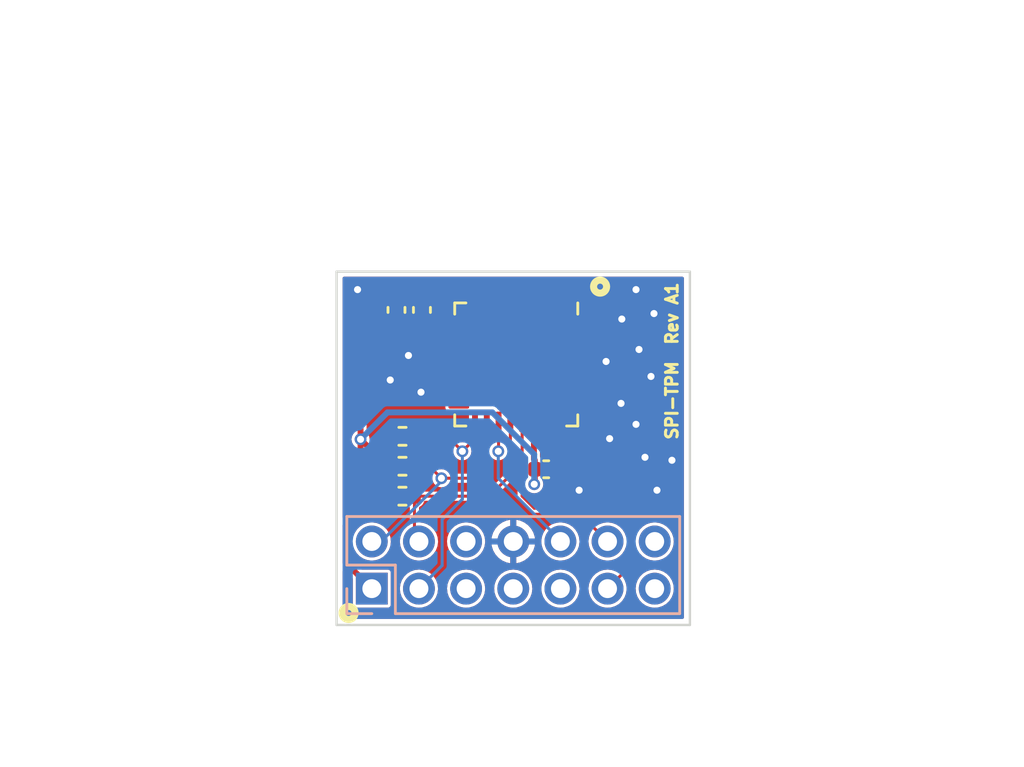
<source format=kicad_pcb>
(kicad_pcb (version 20210722) (generator pcbnew)
  (layers (0 "F.Cu" signal) (31 "B.Cu" signal) (34 "B.Paste" user) (35 "F.Paste" user) (36 "B.SilkS" user "B.Silkscreen") (37 "F.SilkS" user "F.Silkscreen") (38 "B.Mask" user) (39 "F.Mask" user) (44 "Edge.Cuts" user))
  (net 0 "")
  (net 1 "VDD")
  (net 2 "GND")
  (net 5 "RESET")
  (net 6 "IRQ")
  (net 7 "SPI_CLK")
  (net 8 "SPI_CS")
  (net 9 "SPI_MOSI")
  (net 10 "SPI_MISO")
  (footprint "Resistor_SMD:R_0402_1005Metric" (layer "F.Cu") (at 109.601 75.819)
    (fp_text reference "R2" hide)
    (fp_text value "10k")
    (fp_line (start -0.153641 0.38) (end 0.153641 0.38) (layer "F.SilkS") (width 0.12))
    (fp_line (start -0.153641 -0.38) (end 0.153641 -0.38) (layer "F.SilkS") (width 0.12))
    (pad "1" smd roundrect locked (at -0.51 0) (size 0.54 0.64) (layers "F.Cu" "F.Paste" "F.Mask") (net 1 "VDD"))
    (pad "2" smd roundrect locked (at 0.51 0) (size 0.54 0.64) (layers "F.Cu" "F.Paste" "F.Mask") (net 6 "IRQ"))
  )
  (footprint "Capacitor_SMD:C_0402_1005Metric" (layer "F.Cu") (at 110.4265 69.187 -90)
    (fp_text reference "C1" hide)
    (fp_text value "4u7")
    (fp_line (start -0.107836 0.36) (end 0.107836 0.36) (layer "F.SilkS") (width 0.12))
    (fp_line (start -0.107836 -0.36) (end 0.107836 -0.36) (layer "F.SilkS") (width 0.12))
    (pad "1" smd roundrect locked (at -0.48 0 270) (size 0.56 0.62) (layers "F.Cu" "F.Paste" "F.Mask") (net 1 "VDD"))
    (pad "2" smd roundrect locked (at 0.48 0 270) (size 0.56 0.62) (layers "F.Cu" "F.Paste" "F.Mask") (net 2 "GND"))
  )
  (footprint "Resistor_SMD:R_0402_1005Metric" (layer "F.Cu") (at 109.599 77.089)
    (fp_text reference "R1" hide)
    (fp_text value "10k")
    (fp_line (start -0.153641 0.38) (end 0.153641 0.38) (layer "F.SilkS") (width 0.12))
    (fp_line (start -0.153641 -0.38) (end 0.153641 -0.38) (layer "F.SilkS") (width 0.12))
    (pad "1" smd roundrect locked (at -0.51 0) (size 0.54 0.64) (layers "F.Cu" "F.Paste" "F.Mask") (net 1 "VDD"))
    (pad "2" smd roundrect locked (at 0.51 0) (size 0.54 0.64) (layers "F.Cu" "F.Paste" "F.Mask") (net 8 "SPI_CS"))
  )
  (footprint "Capacitor_SMD:C_0402_1005Metric" (layer "F.Cu") (at 109.347 69.187 -90)
    (fp_text reference "C2" hide)
    (fp_text value "100n")
    (fp_line (start -0.107836 0.36) (end 0.107836 0.36) (layer "F.SilkS") (width 0.12))
    (fp_line (start -0.107836 -0.36) (end 0.107836 -0.36) (layer "F.SilkS") (width 0.12))
    (pad "1" smd roundrect locked (at -0.48 0 270) (size 0.56 0.62) (layers "F.Cu" "F.Paste" "F.Mask") (net 1 "VDD"))
    (pad "2" smd roundrect locked (at 0.48 0 270) (size 0.56 0.62) (layers "F.Cu" "F.Paste" "F.Mask") (net 2 "GND"))
  )
  (footprint "Resistor_SMD:R_0402_1005Metric" (layer "F.Cu") (at 109.601 74.549)
    (fp_text reference "R3" hide)
    (fp_text value "10k")
    (fp_line (start -0.153641 0.38) (end 0.153641 0.38) (layer "F.SilkS") (width 0.12))
    (fp_line (start -0.153641 -0.38) (end 0.153641 -0.38) (layer "F.SilkS") (width 0.12))
    (pad "1" smd roundrect locked (at -0.51 0) (size 0.54 0.64) (layers "F.Cu" "F.Paste" "F.Mask") (net 1 "VDD"))
    (pad "2" smd roundrect locked (at 0.51 0) (size 0.54 0.64) (layers "F.Cu" "F.Paste" "F.Mask") (net 5 "RESET"))
  )
  (footprint "Package_DFN_QFN:QFN-32-1EP_5x5mm_P0.5mm_EP3.1x3.1mm" (layer "F.Cu") (at 114.427 71.501 -90)
    (fp_text reference "IC1" hide)
    (fp_text value "Infineon-SLB9670")
    (fp_line (start 2.135 -2.61) (end 2.61 -2.61) (layer "F.SilkS") (width 0.12))
    (fp_line (start -2.135 -2.61) (end -2.61 -2.61) (layer "F.SilkS") (width 0.12))
    (fp_line (start 2.61 -2.61) (end 2.61 -2.135) (layer "F.SilkS") (width 0.12))
    (fp_line (start -2.61 2.61) (end -2.61 2.135) (layer "F.SilkS") (width 0.12))
    (fp_line (start 2.135 2.61) (end 2.61 2.61) (layer "F.SilkS") (width 0.12))
    (fp_line (start 2.61 2.61) (end 2.61 2.135) (layer "F.SilkS") (width 0.12))
    (fp_line (start -2.135 2.61) (end -2.61 2.61) (layer "F.SilkS") (width 0.12))
    (pad "1" smd roundrect locked (at -2.4375 -1.75 270) (size 0.875 0.25) (layers "F.Cu" "F.Paste" "F.Mask"))
    (pad "2" smd roundrect locked (at -2.4375 -1.25 270) (size 0.875 0.25) (layers "F.Cu" "F.Paste" "F.Mask") (net 2 "GND"))
    (pad "3" smd roundrect locked (at -2.4375 -0.75 270) (size 0.875 0.25) (layers "F.Cu" "F.Paste" "F.Mask"))
    (pad "4" smd roundrect locked (at -2.4375 -0.25 270) (size 0.875 0.25) (layers "F.Cu" "F.Paste" "F.Mask"))
    (pad "5" smd roundrect locked (at -2.4375 0.25 270) (size 0.875 0.25) (layers "F.Cu" "F.Paste" "F.Mask"))
    (pad "6" smd roundrect locked (at -2.4375 0.75 270) (size 0.875 0.25) (layers "F.Cu" "F.Paste" "F.Mask"))
    (pad "7" smd roundrect locked (at -2.4375 1.25 270) (size 0.875 0.25) (layers "F.Cu" "F.Paste" "F.Mask"))
    (pad "8" smd roundrect locked (at -2.4375 1.75 270) (size 0.875 0.25) (layers "F.Cu" "F.Paste" "F.Mask") (net 1 "VDD"))
    (pad "9" smd roundrect locked (at -1.75 2.4375 270) (size 0.25 0.875) (layers "F.Cu" "F.Paste" "F.Mask") (net 2 "GND"))
    (pad "10" smd roundrect locked (at -1.25 2.4375 270) (size 0.25 0.875) (layers "F.Cu" "F.Paste" "F.Mask"))
    (pad "11" smd roundrect locked (at -0.75 2.4375 270) (size 0.25 0.875) (layers "F.Cu" "F.Paste" "F.Mask"))
    (pad "12" smd roundrect locked (at -0.25 2.4375 270) (size 0.25 0.875) (layers "F.Cu" "F.Paste" "F.Mask"))
    (pad "13" smd roundrect locked (at 0.25 2.4375 270) (size 0.25 0.875) (layers "F.Cu" "F.Paste" "F.Mask"))
    (pad "14" smd roundrect locked (at 0.75 2.4375 270) (size 0.25 0.875) (layers "F.Cu" "F.Paste" "F.Mask"))
    (pad "15" smd roundrect locked (at 1.25 2.4375 270) (size 0.25 0.875) (layers "F.Cu" "F.Paste" "F.Mask"))
    (pad "16" smd roundrect locked (at 1.75 2.4375 270) (size 0.25 0.875) (layers "F.Cu" "F.Paste" "F.Mask"))
    (pad "17" smd roundrect locked (at 2.4375 1.75 270) (size 0.875 0.25) (layers "F.Cu" "F.Paste" "F.Mask") (net 5 "RESET"))
    (pad "18" smd roundrect locked (at 2.4375 1.25 270) (size 0.875 0.25) (layers "F.Cu" "F.Paste" "F.Mask") (net 6 "IRQ"))
    (pad "19" smd roundrect locked (at 2.4375 0.75 270) (size 0.875 0.25) (layers "F.Cu" "F.Paste" "F.Mask") (net 7 "SPI_CLK"))
    (pad "20" smd roundrect locked (at 2.4375 0.25 270) (size 0.875 0.25) (layers "F.Cu" "F.Paste" "F.Mask") (net 8 "SPI_CS"))
    (pad "21" smd roundrect locked (at 2.4375 -0.25 270) (size 0.875 0.25) (layers "F.Cu" "F.Paste" "F.Mask") (net 9 "SPI_MOSI"))
    (pad "22" smd roundrect locked (at 2.4375 -0.75 270) (size 0.875 0.25) (layers "F.Cu" "F.Paste" "F.Mask") (net 1 "VDD"))
    (pad "23" smd roundrect locked (at 2.4375 -1.25 270) (size 0.875 0.25) (layers "F.Cu" "F.Paste" "F.Mask") (net 2 "GND"))
    (pad "24" smd roundrect locked (at 2.4375 -1.75 270) (size 0.875 0.25) (layers "F.Cu" "F.Paste" "F.Mask") (net 10 "SPI_MISO"))
    (pad "25" smd roundrect locked (at 1.75 -2.4375 270) (size 0.25 0.875) (layers "F.Cu" "F.Paste" "F.Mask"))
    (pad "26" smd roundrect locked (at 1.25 -2.4375 270) (size 0.25 0.875) (layers "F.Cu" "F.Paste" "F.Mask"))
    (pad "27" smd roundrect locked (at 0.75 -2.4375 270) (size 0.25 0.875) (layers "F.Cu" "F.Paste" "F.Mask"))
    (pad "28" smd roundrect locked (at 0.25 -2.4375 270) (size 0.25 0.875) (layers "F.Cu" "F.Paste" "F.Mask"))
    (pad "29" smd roundrect locked (at -0.25 -2.4375 270) (size 0.25 0.875) (layers "F.Cu" "F.Paste" "F.Mask"))
    (pad "30" smd roundrect locked (at -0.75 -2.4375 270) (size 0.25 0.875) (layers "F.Cu" "F.Paste" "F.Mask"))
    (pad "31" smd roundrect locked (at -1.25 -2.4375 270) (size 0.25 0.875) (layers "F.Cu" "F.Paste" "F.Mask"))
    (pad "32" smd roundrect locked (at -1.75 -2.4375 270) (size 0.25 0.875) (layers "F.Cu" "F.Paste" "F.Mask") (net 2 "GND"))
    (pad "33" smd rect locked (at 0 0 270) (size 3.1 3.1) (layers "F.Cu" "F.Mask"))
  )
  (footprint "Capacitor_SMD:C_0402_1005Metric" (layer "F.Cu") (at 115.697 75.946)
    (fp_text reference "C3" hide)
    (fp_text value "100n")
    (fp_line (start -0.107836 0.36) (end 0.107836 0.36) (layer "F.SilkS") (width 0.12))
    (fp_line (start -0.107836 -0.36) (end 0.107836 -0.36) (layer "F.SilkS") (width 0.12))
    (pad "1" smd roundrect locked (at -0.48 0) (size 0.56 0.62) (layers "F.Cu" "F.Paste" "F.Mask") (net 1 "VDD"))
    (pad "2" smd roundrect locked (at 0.48 0) (size 0.56 0.62) (layers "F.Cu" "F.Paste" "F.Mask") (net 2 "GND"))
  )
  (footprint "Connector_PinSocket_2.00mm:PinSocket_2x07_P2.00mm_Vertical" (layer "B.Cu") (at 108.3 81.01 -90)
    (fp_text reference "J1" hide)
    (fp_text value "Conn_02x06_Odd_Even")
    (fp_line (start 1.06 1.06) (end 1.06 0) (layer "B.SilkS") (width 0.12))
    (fp_line (start 0 1.06) (end 1.06 1.06) (layer "B.SilkS") (width 0.12))
    (fp_line (start -3.06 1.06) (end -1 1.06) (layer "B.SilkS") (width 0.12))
    (fp_line (start -3.06 -13.06) (end 1.06 -13.06) (layer "B.SilkS") (width 0.12))
    (fp_line (start -1 -1) (end 1.06 -1) (layer "B.SilkS") (width 0.12))
    (fp_line (start 1.06 -1) (end 1.06 -13.06) (layer "B.SilkS") (width 0.12))
    (fp_line (start -1 1.06) (end -1 -1) (layer "B.SilkS") (width 0.12))
    (fp_line (start -3.06 1.06) (end -3.06 -13.06) (layer "B.SilkS") (width 0.12))
    (pad "1" thru_hole rect locked (at 0 0 270) (size 1.35 1.35) (drill 0.8) (layers *.Cu *.Mask) (net 1 "VDD"))
    (pad "2" thru_hole oval locked (at -2 0 270) (size 1.35 1.35) (drill 0.8) (layers *.Cu *.Mask) (net 6 "IRQ"))
    (pad "3" thru_hole oval locked (at 0 -2 270) (size 1.35 1.35) (drill 0.8) (layers *.Cu *.Mask) (net 5 "RESET"))
    (pad "4" thru_hole oval locked (at -2 -2 270) (size 1.35 1.35) (drill 0.8) (layers *.Cu *.Mask) (net 8 "SPI_CS"))
    (pad "5" thru_hole oval locked (at 0 -4 270) (size 1.35 1.35) (drill 0.8) (layers *.Cu *.Mask))
    (pad "6" thru_hole oval locked (at -2 -4 270) (size 1.35 1.35) (drill 0.8) (layers *.Cu *.Mask))
    (pad "7" thru_hole oval locked (at 0 -6 270) (size 1.35 1.35) (drill 0.8) (layers *.Cu *.Mask))
    (pad "8" thru_hole oval locked (at -2 -6 270) (size 1.35 1.35) (drill 0.8) (layers *.Cu *.Mask) (net 2 "GND"))
    (pad "9" thru_hole oval locked (at 0 -8 270) (size 1.35 1.35) (drill 0.8) (layers *.Cu *.Mask))
    (pad "10" thru_hole oval locked (at -2 -8 270) (size 1.35 1.35) (drill 0.8) (layers *.Cu *.Mask) (net 7 "SPI_CLK"))
    (pad "11" thru_hole oval locked (at 0 -10 270) (size 1.35 1.35) (drill 0.8) (layers *.Cu *.Mask) (net 10 "SPI_MISO"))
    (pad "12" thru_hole oval locked (at -2 -10 270) (size 1.35 1.35) (drill 0.8) (layers *.Cu *.Mask) (net 9 "SPI_MOSI"))
    (pad "13" thru_hole oval locked (at 0 -12 270) (size 1.35 1.35) (drill 0.8) (layers *.Cu *.Mask))
    (pad "14" thru_hole oval locked (at -2 -12 270) (size 1.35 1.35) (drill 0.8) (layers *.Cu *.Mask))
  )
  (gr_circle (center 117.983 68.199) (end 117.856 68.199) (layer "F.SilkS") (width 0.3) (fill none))
  (gr_circle (center 107.315 82.042) (end 107.188 82.042) (layer "F.SilkS") (width 0.3) (fill none))
  (gr_line (start 121.793 82.55) (end 121.793 67.564) (layer "Edge.Cuts") (width 0.1))
  (gr_line (start 121.793 82.55) (end 106.807 82.55) (layer "Edge.Cuts") (width 0.1))
  (gr_line (start 121.793 67.564) (end 106.807 67.564) (layer "Edge.Cuts") (width 0.1))
  (gr_line (start 106.807 82.55) (end 106.807 67.564) (layer "Edge.Cuts") (width 0.1))
  (gr_text "SPI-TPM" (at 121.031 73.025 90) (layer "F.SilkS") (effects (font (size 0.5 0.5) (thickness 0.125))))
  (gr_text "Rev A1" (at 121.031 69.342 90) (layer "F.SilkS") (effects (font (size 0.5 0.5) (thickness 0.125))))
  (segment (start 108.585 68.707) (end 110.4265 68.707) (width 0.25) (layer "F.Cu") (net 1))
  (segment (start 111.252 68.326) (end 110.871 68.707) (width 0.25) (layer "F.Cu") (net 1))
  (segment (start 107.823 74.676) (end 107.823 69.469) (width 0.25) (layer "F.Cu") (net 1))
  (segment (start 107.823 69.469) (end 108.585 68.707) (width 0.25) (layer "F.Cu") (net 1))
  (segment (start 107.188 78.359) (end 107.188 79.898) (width 0.25) (layer "F.Cu") (net 1))
  (segment (start 107.823 74.676) (end 108.966 75.819) (width 0.25) (layer "F.Cu") (net 1))
  (segment (start 107.823 77.724) (end 107.188 78.359) (width 0.25) (layer "F.Cu") (net 1))
  (segment (start 111.252 68.326) (end 112.395 68.326) (width 0.25) (layer "F.Cu") (net 1))
  (segment (start 107.823 74.676) (end 107.823 77.724) (width 0.25) (layer "F.Cu") (net 1))
  (segment (start 107.188 79.898) (end 108.3 81.01) (width 0.25) (layer "F.Cu") (net 1))
  (segment (start 109.091 76.833) (end 109.091 74.549) (width 0.25) (layer "F.Cu") (net 1))
  (segment (start 115.217 76.553) (end 115.217 75.565) (width 0.25) (layer "F.Cu") (net 1))
  (segment (start 115.189 76.581) (end 115.217 76.553) (width 0.25) (layer "F.Cu") (net 1))
  (segment (start 110.871 68.707) (end 110.4265 68.707) (width 0.25) (layer "F.Cu") (net 1))
  (segment (start 112.677 68.608) (end 112.395 68.326) (width 0.25) (layer "F.Cu") (net 1))
  (segment (start 112.677 69.0635) (end 112.677 68.608) (width 0.127) (layer "F.Cu") (net 1))
  (segment (start 115.177 73.9385) (end 115.177 75.525) (width 0.25) (layer "F.Cu") (net 1))
  (via (at 115.189 76.581) (size 0.5) (drill 0.3) (layers "F.Cu" "B.Cu") (net 1))
  (via (at 107.823 74.676) (size 0.5) (drill 0.3) (layers "F.Cu" "B.Cu") (net 1))
  (segment (start 108.966 73.533) (end 113.411 73.533) (width 0.25) (layer "B.Cu") (net 1))
  (segment (start 113.411 73.533) (end 115.189 75.311) (width 0.25) (layer "B.Cu") (net 1))
  (segment (start 107.823 74.676) (end 108.966 73.533) (width 0.25) (layer "B.Cu") (net 1))
  (segment (start 115.189 75.311) (end 115.189 76.581) (width 0.25) (layer "B.Cu") (net 1))
  (segment (start 111.9895 69.751) (end 109.1135 69.751) (width 0.25) (layer "F.Cu") (net 2))
  (via (at 119.634 70.866) (size 0.5) (drill 0.3) (layers "F.Cu" "B.Cu") (net 2))
  (via (at 110.38684 72.676943) (size 0.5) (drill 0.3) (layers "F.Cu" "B.Cu") (net 2))
  (via (at 120.269 69.342) (size 0.5) (drill 0.3) (layers "F.Cu" "B.Cu") (net 2))
  (via (at 109.08212 72.159978) (size 0.5) (drill 0.3) (layers "F.Cu" "B.Cu") (net 2))
  (via (at 120.396 76.835) (size 0.5) (drill 0.3) (layers "F.Cu" "B.Cu") (net 2))
  (via (at 121.031 75.565) (size 0.5) (drill 0.3) (layers "F.Cu" "B.Cu") (net 2))
  (via (at 118.387479 74.646331) (size 0.5) (drill 0.3) (layers "F.Cu" "B.Cu") (net 2))
  (via (at 118.904443 69.575157) (size 0.5) (drill 0.3) (layers "F.Cu" "B.Cu") (net 2))
  (via (at 118.872 73.152) (size 0.5) (drill 0.3) (layers "F.Cu" "B.Cu") (net 2))
  (via (at 118.237 71.374) (size 0.5) (drill 0.3) (layers "F.Cu" "B.Cu") (net 2))
  (via (at 120.142 72.009) (size 0.5) (drill 0.3) (layers "F.Cu" "B.Cu") (net 2))
  (via (at 119.507 74.041) (size 0.5) (drill 0.3) (layers "F.Cu" "B.Cu") (net 2))
  (via (at 107.696 68.326) (size 0.5) (drill 0.3) (layers "F.Cu" "B.Cu") (net 2))
  (via (at 119.888 75.438) (size 0.5) (drill 0.3) (layers "F.Cu" "B.Cu") (net 2))
  (via (at 109.855 71.12) (size 0.5) (drill 0.3) (layers "F.Cu" "B.Cu") (net 2))
  (via (at 119.507 68.326) (size 0.5) (drill 0.3) (layers "F.Cu" "B.Cu") (net 2))
  (via (at 117.094 76.835) (size 0.5) (drill 0.3) (layers "F.Cu" "B.Cu") (net 2))
  (segment (start 112.141 75.184) (end 112.677 74.648) (width 0.127) (layer "F.Cu") (net 5))
  (segment (start 112.141 75.184) (end 111.76 74.803) (width 0.127) (layer "F.Cu") (net 5))
  (segment (start 112.677 74.648) (end 112.677 73.9385) (width 0.127) (layer "F.Cu") (net 5))
  (segment (start 111.76 74.803) (end 110.365 74.803) (width 0.127) (layer "F.Cu") (net 5))
  (segment (start 110.365 74.803) (end 110.111 74.549) (width 0.127) (layer "F.Cu") (net 5))
  (via (at 112.141 75.184) (size 0.5) (drill 0.3) (layers "F.Cu" "B.Cu") (net 5))
  (segment (start 112.141 75.184) (end 112.141 77.216) (width 0.127) (layer "B.Cu") (net 5))
  (segment (start 111.28375 80.02625) (end 110.3 81.01) (width 0.127) (layer "B.Cu") (net 5))
  (segment (start 112.141 77.216) (end 111.28375 78.07325) (width 0.127) (layer "B.Cu") (net 5))
  (segment (start 111.28375 78.07325) (end 111.28375 80.02625) (width 0.127) (layer "B.Cu") (net 5))
  (segment (start 112.522 76.327) (end 113.177 75.672) (width 0.127) (layer "F.Cu") (net 6))
  (segment (start 110.744 75.819) (end 110.111 75.819) (width 0.127) (layer "F.Cu") (net 6))
  (segment (start 113.177 75.672) (end 113.177 73.9385) (width 0.127) (layer "F.Cu") (net 6))
  (segment (start 111.252 76.327) (end 112.522 76.327) (width 0.127) (layer "F.Cu") (net 6))
  (segment (start 111.252 76.327) (end 110.744 75.819) (width 0.127) (layer "F.Cu") (net 6))
  (via (at 111.252 76.327) (size 0.5) (drill 0.3) (layers "F.Cu" "B.Cu") (net 6))
  (segment (start 111.252 76.327) (end 111.252 76.454) (width 0.127) (layer "B.Cu") (net 6))
  (segment (start 111.252 76.454) (end 108.696 79.01) (width 0.127) (layer "B.Cu") (net 6))
  (segment (start 113.677 75.045) (end 113.677 73.9385) (width 0.127) (layer "F.Cu") (net 7))
  (segment (start 113.665 75.057) (end 113.677 75.045) (width 0.127) (layer "F.Cu") (net 7))
  (via (at 113.665 75.184) (size 0.5) (drill 0.3) (layers "F.Cu" "B.Cu") (net 7))
  (segment (start 113.665 75.184) (end 113.665 76.327) (width 0.127) (layer "B.Cu") (net 7))
  (segment (start 113.665 76.327) (end 116.01025 78.67225) (width 0.127) (layer "B.Cu") (net 7))
  (segment (start 110.109 76.835) (end 110.109 78.819) (width 0.127) (layer "F.Cu") (net 8))
  (segment (start 114.177 76.196) (end 113.284 77.089) (width 0.127) (layer "F.Cu") (net 8))
  (segment (start 110.363 77.089) (end 110.109 76.835) (width 0.127) (layer "F.Cu") (net 8))
  (segment (start 113.284 77.089) (end 110.363 77.089) (width 0.127) (layer "F.Cu") (net 8))
  (segment (start 114.177 73.9385) (end 114.177 76.196) (width 0.127) (layer "F.Cu") (net 8))
  (segment (start 114.677 77.085) (end 114.677 73.9385) (width 0.127) (layer "F.Cu") (net 9))
  (segment (start 118.3 79.01) (end 116.887 77.597) (width 0.127) (layer "F.Cu") (net 9))
  (segment (start 115.189 77.597) (end 114.677 77.085) (width 0.127) (layer "F.Cu") (net 9))
  (segment (start 116.887 77.597) (end 115.189 77.597) (width 0.127) (layer "F.Cu") (net 9))
  (segment (start 116.177 74.775) (end 116.459 75.057) (width 0.127) (layer "F.Cu") (net 10))
  (segment (start 117.094 75.057) (end 119.38 77.343) (width 0.127) (layer "F.Cu") (net 10))
  (segment (start 116.177 73.9385) (end 116.177 74.775) (width 0.127) (layer "F.Cu") (net 10))
  (segment (start 119.38 77.343) (end 119.38 79.93) (width 0.127) (layer "F.Cu") (net 10))
  (segment (start 119.38 79.93) (end 118.3 81.01) (width 0.127) (layer "F.Cu") (net 10))
  (segment (start 116.459 75.057) (end 117.094 75.057) (width 0.127) (layer "F.Cu") (net 10))
  (zone (net 0) (net_name "") (layer "F.Cu") (connect_pads (clearance 0)) (min_thickness 0.254)
    (keepout (tracks allowed) (vias allowed) (pads allowed) (copperpour not_allowed) (footprints allowed))
    (fill (thermal_gap 0.508) (thermal_bridge_width 0.508))
    (polygon (pts (xy 116.205 73.279) (xy 112.649 73.279) (xy 112.649 69.723) (xy 116.205 69.723)))
  )
  (zone (net 2) (net_name "GND") (layers F&B.Cu) (connect_pads (clearance 0.127)) (min_thickness 0.127) (fill yes (thermal_gap 0.254) (thermal_bridge_width 0.254))
    (polygon (pts (xy 121.539 82.296) (xy 107.061 82.296) (xy 107.061 67.778) (xy 121.539 67.778)))
  )
)
</source>
